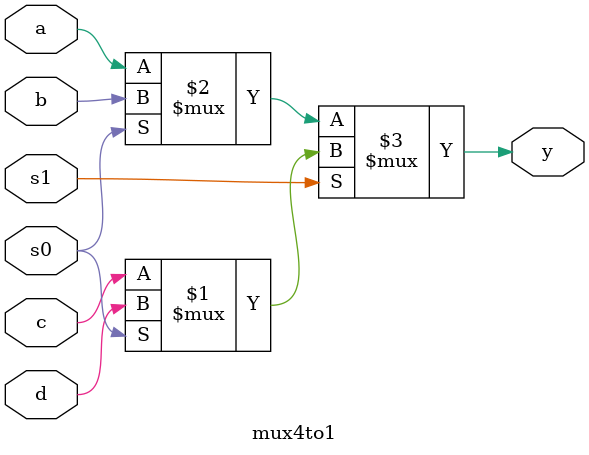
<source format=v>
module mux4to1(output y, input s1,s0,d,c,b,a);
    assign y = (s1) ? ((s0) ? d : c) : ((s0) ? b : a);
endmodule
</source>
